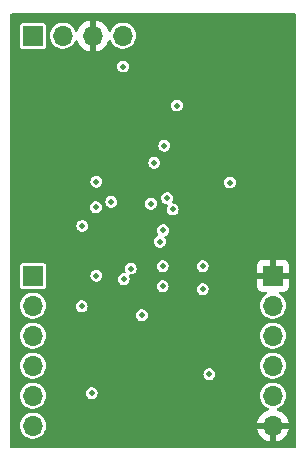
<source format=gbr>
%TF.GenerationSoftware,KiCad,Pcbnew,7.0.9*%
%TF.CreationDate,2024-04-10T11:27:04+02:00*%
%TF.ProjectId,Test_1_PD,54657374-5f31-45f5-9044-2e6b69636164,rev?*%
%TF.SameCoordinates,Original*%
%TF.FileFunction,Copper,L4,Bot*%
%TF.FilePolarity,Positive*%
%FSLAX46Y46*%
G04 Gerber Fmt 4.6, Leading zero omitted, Abs format (unit mm)*
G04 Created by KiCad (PCBNEW 7.0.9) date 2024-04-10 11:27:04*
%MOMM*%
%LPD*%
G01*
G04 APERTURE LIST*
%TA.AperFunction,ComponentPad*%
%ADD10R,1.700000X1.700000*%
%TD*%
%TA.AperFunction,ComponentPad*%
%ADD11O,1.700000X1.700000*%
%TD*%
%TA.AperFunction,ViaPad*%
%ADD12C,0.500000*%
%TD*%
G04 APERTURE END LIST*
D10*
%TO.P,J1,1,Pin_1*%
%TO.N,unconnected-(J1-Pin_1-Pad1)*%
X71120000Y-116840000D03*
D11*
%TO.P,J1,2,Pin_2*%
%TO.N,unconnected-(J1-Pin_2-Pad2)*%
X73660000Y-116840000D03*
%TO.P,J1,3,Pin_3*%
%TO.N,GND*%
X76200000Y-116840000D03*
%TO.P,J1,4,Pin_4*%
%TO.N,Net-(IC1-OUT)*%
X78740000Y-116840000D03*
%TD*%
D10*
%TO.P,J2,1,Pin_1*%
%TO.N,/PODL+*%
X71120000Y-137160000D03*
D11*
%TO.P,J2,2,Pin_2*%
%TO.N,unconnected-(J2-Pin_2-Pad2)*%
X71120000Y-139700000D03*
%TO.P,J2,3,Pin_3*%
%TO.N,unconnected-(J2-Pin_3-Pad3)*%
X71120000Y-142240000D03*
%TO.P,J2,4,Pin_4*%
%TO.N,unconnected-(J2-Pin_4-Pad4)*%
X71120000Y-144780000D03*
%TO.P,J2,5,Pin_5*%
%TO.N,unconnected-(J2-Pin_5-Pad5)*%
X71120000Y-147320000D03*
%TO.P,J2,6,Pin_6*%
%TO.N,/PODL-*%
X71120000Y-149860000D03*
%TD*%
D10*
%TO.P,J3,1,Pin_1*%
%TO.N,GND*%
X91440000Y-137160000D03*
D11*
%TO.P,J3,2,Pin_2*%
%TO.N,unconnected-(J3-Pin_2-Pad2)*%
X91440000Y-139700000D03*
%TO.P,J3,3,Pin_3*%
%TO.N,unconnected-(J3-Pin_3-Pad3)*%
X91440000Y-142240000D03*
%TO.P,J3,4,Pin_4*%
%TO.N,unconnected-(J3-Pin_4-Pad4)*%
X91440000Y-144780000D03*
%TO.P,J3,5,Pin_5*%
%TO.N,unconnected-(J3-Pin_5-Pad5)*%
X91440000Y-147320000D03*
%TO.P,J3,6,Pin_6*%
%TO.N,GND*%
X91440000Y-149860000D03*
%TD*%
D12*
%TO.N,Net-(D1-K)*%
X75300000Y-132950000D03*
X76500000Y-129200000D03*
%TO.N,Net-(D1-A)*%
X77750000Y-130900000D03*
X83300000Y-122750000D03*
X82950000Y-131550000D03*
X87800000Y-129275000D03*
X75250000Y-139750000D03*
%TO.N,Net-(D2-A)*%
X80350000Y-140500000D03*
X76450000Y-131350000D03*
X76100000Y-147100000D03*
X85500000Y-138300000D03*
X76500000Y-137150000D03*
X78800000Y-137450000D03*
X85500000Y-136350000D03*
%TO.N,GND*%
X78575000Y-133000000D03*
X89850000Y-133850000D03*
X86725000Y-139275000D03*
X79200000Y-133600000D03*
X79825000Y-135275000D03*
X78575000Y-132425000D03*
X79200000Y-133025000D03*
X78575000Y-133575000D03*
X79825000Y-133575000D03*
X79200000Y-135300000D03*
X78575000Y-134700000D03*
X86028080Y-131626757D03*
X79825000Y-134150000D03*
X79200000Y-134725000D03*
X79825000Y-134700000D03*
X78575000Y-134150000D03*
X91050000Y-129775000D03*
X71050000Y-133300000D03*
X79200000Y-134175000D03*
X79825000Y-133000000D03*
X79200000Y-132450000D03*
X91200000Y-122675000D03*
X74600000Y-137450000D03*
X78575000Y-135275000D03*
X79825000Y-132425000D03*
%TO.N,Net-(IC1-CLASSC)*%
X82136102Y-133323487D03*
X79400000Y-136550000D03*
%TO.N,Net-(IC1-SCCP)*%
X82100000Y-138050000D03*
X82100000Y-136350000D03*
%TO.N,Net-(IC1-LGATE1)*%
X82484975Y-130604975D03*
X81874265Y-134274265D03*
%TO.N,Net-(IC1-OUT)*%
X81400000Y-127600000D03*
X78750000Y-119450000D03*
%TO.N,Net-(IC1-GATE)*%
X81108170Y-131055108D03*
X82250000Y-126150000D03*
%TO.N,/PODL-*%
X86050000Y-145500000D03*
%TD*%
%TA.AperFunction,Conductor*%
%TO.N,GND*%
G36*
X93342539Y-114970185D02*
G01*
X93388294Y-115022989D01*
X93399500Y-115074500D01*
X93399500Y-151625500D01*
X93379815Y-151692539D01*
X93327011Y-151738294D01*
X93275500Y-151749500D01*
X69324500Y-151749500D01*
X69257461Y-151729815D01*
X69211706Y-151677011D01*
X69200500Y-151625500D01*
X69200500Y-149860000D01*
X70014785Y-149860000D01*
X70033602Y-150063082D01*
X70089417Y-150259247D01*
X70089422Y-150259260D01*
X70180327Y-150441821D01*
X70303237Y-150604581D01*
X70453958Y-150741980D01*
X70453960Y-150741982D01*
X70553141Y-150803392D01*
X70627363Y-150849348D01*
X70817544Y-150923024D01*
X71018024Y-150960500D01*
X71018026Y-150960500D01*
X71221974Y-150960500D01*
X71221976Y-150960500D01*
X71422456Y-150923024D01*
X71612637Y-150849348D01*
X71786041Y-150741981D01*
X71936764Y-150604579D01*
X72059673Y-150441821D01*
X72150582Y-150259250D01*
X72193048Y-150110000D01*
X90109364Y-150110000D01*
X90166567Y-150323486D01*
X90166570Y-150323492D01*
X90266399Y-150537578D01*
X90401894Y-150731082D01*
X90568917Y-150898105D01*
X90762421Y-151033600D01*
X90976507Y-151133429D01*
X90976516Y-151133433D01*
X91190000Y-151190634D01*
X91190000Y-150295501D01*
X91297685Y-150344680D01*
X91404237Y-150360000D01*
X91475763Y-150360000D01*
X91582315Y-150344680D01*
X91690000Y-150295501D01*
X91690000Y-151190633D01*
X91903483Y-151133433D01*
X91903492Y-151133429D01*
X92117578Y-151033600D01*
X92311082Y-150898105D01*
X92478105Y-150731082D01*
X92613600Y-150537578D01*
X92713429Y-150323492D01*
X92713432Y-150323486D01*
X92770636Y-150110000D01*
X91873686Y-150110000D01*
X91899493Y-150069844D01*
X91940000Y-149931889D01*
X91940000Y-149788111D01*
X91899493Y-149650156D01*
X91873686Y-149610000D01*
X92770636Y-149610000D01*
X92770635Y-149609999D01*
X92713432Y-149396513D01*
X92713429Y-149396507D01*
X92613600Y-149182422D01*
X92613599Y-149182420D01*
X92478113Y-148988926D01*
X92478108Y-148988920D01*
X92311082Y-148821894D01*
X92117578Y-148686399D01*
X91903492Y-148586570D01*
X91903477Y-148586564D01*
X91864414Y-148576097D01*
X91804754Y-148539732D01*
X91774226Y-148476885D01*
X91782521Y-148407509D01*
X91827007Y-148353632D01*
X91851710Y-148340698D01*
X91932637Y-148309348D01*
X92106041Y-148201981D01*
X92256764Y-148064579D01*
X92379673Y-147901821D01*
X92470582Y-147719250D01*
X92526397Y-147523083D01*
X92545215Y-147320000D01*
X92526397Y-147116917D01*
X92470582Y-146920750D01*
X92379673Y-146738179D01*
X92256764Y-146575421D01*
X92256762Y-146575418D01*
X92106041Y-146438019D01*
X92106039Y-146438017D01*
X91932642Y-146330655D01*
X91932635Y-146330651D01*
X91837546Y-146293814D01*
X91742456Y-146256976D01*
X91541976Y-146219500D01*
X91338024Y-146219500D01*
X91137544Y-146256976D01*
X91137541Y-146256976D01*
X91137541Y-146256977D01*
X90947364Y-146330651D01*
X90947357Y-146330655D01*
X90773960Y-146438017D01*
X90773958Y-146438019D01*
X90623237Y-146575418D01*
X90500327Y-146738178D01*
X90409422Y-146920739D01*
X90409417Y-146920752D01*
X90353602Y-147116917D01*
X90334785Y-147319999D01*
X90334785Y-147320000D01*
X90353602Y-147523082D01*
X90409417Y-147719247D01*
X90409422Y-147719260D01*
X90500327Y-147901821D01*
X90623237Y-148064581D01*
X90773958Y-148201980D01*
X90773960Y-148201982D01*
X90873141Y-148263392D01*
X90947363Y-148309348D01*
X91028283Y-148340696D01*
X91083685Y-148383269D01*
X91107276Y-148449035D01*
X91091565Y-148517116D01*
X91041542Y-148565895D01*
X91015586Y-148576097D01*
X90976519Y-148586565D01*
X90976507Y-148586570D01*
X90762422Y-148686399D01*
X90762420Y-148686400D01*
X90568926Y-148821886D01*
X90568920Y-148821891D01*
X90401891Y-148988920D01*
X90401886Y-148988926D01*
X90266400Y-149182420D01*
X90266399Y-149182422D01*
X90166570Y-149396507D01*
X90166567Y-149396513D01*
X90109364Y-149609999D01*
X90109364Y-149610000D01*
X91006314Y-149610000D01*
X90980507Y-149650156D01*
X90940000Y-149788111D01*
X90940000Y-149931889D01*
X90980507Y-150069844D01*
X91006314Y-150110000D01*
X90109364Y-150110000D01*
X72193048Y-150110000D01*
X72206397Y-150063083D01*
X72225215Y-149860000D01*
X72206397Y-149656917D01*
X72150582Y-149460750D01*
X72059673Y-149278179D01*
X71936764Y-149115421D01*
X71936762Y-149115418D01*
X71786041Y-148978019D01*
X71786039Y-148978017D01*
X71612642Y-148870655D01*
X71612635Y-148870651D01*
X71486769Y-148821891D01*
X71422456Y-148796976D01*
X71221976Y-148759500D01*
X71018024Y-148759500D01*
X70817544Y-148796976D01*
X70817541Y-148796976D01*
X70817541Y-148796977D01*
X70627364Y-148870651D01*
X70627357Y-148870655D01*
X70453960Y-148978017D01*
X70453958Y-148978019D01*
X70303237Y-149115418D01*
X70180327Y-149278178D01*
X70089422Y-149460739D01*
X70089417Y-149460752D01*
X70033602Y-149656917D01*
X70014785Y-149859999D01*
X70014785Y-149860000D01*
X69200500Y-149860000D01*
X69200500Y-147320000D01*
X70014785Y-147320000D01*
X70033602Y-147523082D01*
X70089417Y-147719247D01*
X70089422Y-147719260D01*
X70180327Y-147901821D01*
X70303237Y-148064581D01*
X70453958Y-148201980D01*
X70453960Y-148201982D01*
X70553141Y-148263392D01*
X70627363Y-148309348D01*
X70817544Y-148383024D01*
X71018024Y-148420500D01*
X71018026Y-148420500D01*
X71221974Y-148420500D01*
X71221976Y-148420500D01*
X71422456Y-148383024D01*
X71612637Y-148309348D01*
X71786041Y-148201981D01*
X71936764Y-148064579D01*
X72059673Y-147901821D01*
X72150582Y-147719250D01*
X72206397Y-147523083D01*
X72225215Y-147320000D01*
X72206397Y-147116917D01*
X72201584Y-147100000D01*
X75594353Y-147100000D01*
X75614834Y-147242456D01*
X75650248Y-147320000D01*
X75674623Y-147373373D01*
X75768872Y-147482143D01*
X75889947Y-147559953D01*
X75889950Y-147559954D01*
X75889949Y-147559954D01*
X76028036Y-147600499D01*
X76028038Y-147600500D01*
X76028039Y-147600500D01*
X76171962Y-147600500D01*
X76171962Y-147600499D01*
X76310053Y-147559953D01*
X76431128Y-147482143D01*
X76525377Y-147373373D01*
X76585165Y-147242457D01*
X76605647Y-147100000D01*
X76585165Y-146957543D01*
X76525377Y-146826627D01*
X76431128Y-146717857D01*
X76310053Y-146640047D01*
X76310051Y-146640046D01*
X76310049Y-146640045D01*
X76310050Y-146640045D01*
X76171963Y-146599500D01*
X76171961Y-146599500D01*
X76028039Y-146599500D01*
X76028036Y-146599500D01*
X75889949Y-146640045D01*
X75768873Y-146717856D01*
X75674623Y-146826626D01*
X75674622Y-146826628D01*
X75614834Y-146957543D01*
X75594353Y-147100000D01*
X72201584Y-147100000D01*
X72150582Y-146920750D01*
X72059673Y-146738179D01*
X71936764Y-146575421D01*
X71936762Y-146575418D01*
X71786041Y-146438019D01*
X71786039Y-146438017D01*
X71612642Y-146330655D01*
X71612635Y-146330651D01*
X71517546Y-146293814D01*
X71422456Y-146256976D01*
X71221976Y-146219500D01*
X71018024Y-146219500D01*
X70817544Y-146256976D01*
X70817541Y-146256976D01*
X70817541Y-146256977D01*
X70627364Y-146330651D01*
X70627357Y-146330655D01*
X70453960Y-146438017D01*
X70453958Y-146438019D01*
X70303237Y-146575418D01*
X70180327Y-146738178D01*
X70089422Y-146920739D01*
X70089417Y-146920752D01*
X70033602Y-147116917D01*
X70014785Y-147319999D01*
X70014785Y-147320000D01*
X69200500Y-147320000D01*
X69200500Y-144780000D01*
X70014785Y-144780000D01*
X70033602Y-144983082D01*
X70089417Y-145179247D01*
X70089422Y-145179260D01*
X70180327Y-145361821D01*
X70303237Y-145524581D01*
X70453958Y-145661980D01*
X70453960Y-145661982D01*
X70553141Y-145723392D01*
X70627363Y-145769348D01*
X70817544Y-145843024D01*
X71018024Y-145880500D01*
X71018026Y-145880500D01*
X71221974Y-145880500D01*
X71221976Y-145880500D01*
X71422456Y-145843024D01*
X71612637Y-145769348D01*
X71786041Y-145661981D01*
X71936764Y-145524579D01*
X71955325Y-145500000D01*
X85544353Y-145500000D01*
X85564834Y-145642456D01*
X85622783Y-145769344D01*
X85624623Y-145773373D01*
X85718872Y-145882143D01*
X85839947Y-145959953D01*
X85839950Y-145959954D01*
X85839949Y-145959954D01*
X85978036Y-146000499D01*
X85978038Y-146000500D01*
X85978039Y-146000500D01*
X86121962Y-146000500D01*
X86121962Y-146000499D01*
X86260053Y-145959953D01*
X86381128Y-145882143D01*
X86475377Y-145773373D01*
X86535165Y-145642457D01*
X86555647Y-145500000D01*
X86535165Y-145357543D01*
X86475377Y-145226627D01*
X86381128Y-145117857D01*
X86260053Y-145040047D01*
X86260051Y-145040046D01*
X86260049Y-145040045D01*
X86260050Y-145040045D01*
X86121963Y-144999500D01*
X86121961Y-144999500D01*
X85978039Y-144999500D01*
X85978036Y-144999500D01*
X85839949Y-145040045D01*
X85718873Y-145117856D01*
X85624623Y-145226626D01*
X85624622Y-145226628D01*
X85564834Y-145357543D01*
X85544353Y-145500000D01*
X71955325Y-145500000D01*
X72059673Y-145361821D01*
X72150582Y-145179250D01*
X72206397Y-144983083D01*
X72225215Y-144780000D01*
X90334785Y-144780000D01*
X90353602Y-144983082D01*
X90409417Y-145179247D01*
X90409422Y-145179260D01*
X90500327Y-145361821D01*
X90623237Y-145524581D01*
X90773958Y-145661980D01*
X90773960Y-145661982D01*
X90873141Y-145723392D01*
X90947363Y-145769348D01*
X91137544Y-145843024D01*
X91338024Y-145880500D01*
X91338026Y-145880500D01*
X91541974Y-145880500D01*
X91541976Y-145880500D01*
X91742456Y-145843024D01*
X91932637Y-145769348D01*
X92106041Y-145661981D01*
X92256764Y-145524579D01*
X92379673Y-145361821D01*
X92470582Y-145179250D01*
X92526397Y-144983083D01*
X92545215Y-144780000D01*
X92526397Y-144576917D01*
X92470582Y-144380750D01*
X92379673Y-144198179D01*
X92256764Y-144035421D01*
X92256762Y-144035418D01*
X92106041Y-143898019D01*
X92106039Y-143898017D01*
X91932642Y-143790655D01*
X91932635Y-143790651D01*
X91837546Y-143753814D01*
X91742456Y-143716976D01*
X91541976Y-143679500D01*
X91338024Y-143679500D01*
X91137544Y-143716976D01*
X91137541Y-143716976D01*
X91137541Y-143716977D01*
X90947364Y-143790651D01*
X90947357Y-143790655D01*
X90773960Y-143898017D01*
X90773958Y-143898019D01*
X90623237Y-144035418D01*
X90500327Y-144198178D01*
X90409422Y-144380739D01*
X90409417Y-144380752D01*
X90353602Y-144576917D01*
X90334785Y-144779999D01*
X90334785Y-144780000D01*
X72225215Y-144780000D01*
X72206397Y-144576917D01*
X72150582Y-144380750D01*
X72059673Y-144198179D01*
X71936764Y-144035421D01*
X71936762Y-144035418D01*
X71786041Y-143898019D01*
X71786039Y-143898017D01*
X71612642Y-143790655D01*
X71612635Y-143790651D01*
X71517546Y-143753814D01*
X71422456Y-143716976D01*
X71221976Y-143679500D01*
X71018024Y-143679500D01*
X70817544Y-143716976D01*
X70817541Y-143716976D01*
X70817541Y-143716977D01*
X70627364Y-143790651D01*
X70627357Y-143790655D01*
X70453960Y-143898017D01*
X70453958Y-143898019D01*
X70303237Y-144035418D01*
X70180327Y-144198178D01*
X70089422Y-144380739D01*
X70089417Y-144380752D01*
X70033602Y-144576917D01*
X70014785Y-144779999D01*
X70014785Y-144780000D01*
X69200500Y-144780000D01*
X69200500Y-142240000D01*
X70014785Y-142240000D01*
X70033602Y-142443082D01*
X70089417Y-142639247D01*
X70089422Y-142639260D01*
X70180327Y-142821821D01*
X70303237Y-142984581D01*
X70453958Y-143121980D01*
X70453960Y-143121982D01*
X70553141Y-143183392D01*
X70627363Y-143229348D01*
X70817544Y-143303024D01*
X71018024Y-143340500D01*
X71018026Y-143340500D01*
X71221974Y-143340500D01*
X71221976Y-143340500D01*
X71422456Y-143303024D01*
X71612637Y-143229348D01*
X71786041Y-143121981D01*
X71936764Y-142984579D01*
X72059673Y-142821821D01*
X72150582Y-142639250D01*
X72206397Y-142443083D01*
X72225215Y-142240000D01*
X90334785Y-142240000D01*
X90353602Y-142443082D01*
X90409417Y-142639247D01*
X90409422Y-142639260D01*
X90500327Y-142821821D01*
X90623237Y-142984581D01*
X90773958Y-143121980D01*
X90773960Y-143121982D01*
X90873141Y-143183392D01*
X90947363Y-143229348D01*
X91137544Y-143303024D01*
X91338024Y-143340500D01*
X91338026Y-143340500D01*
X91541974Y-143340500D01*
X91541976Y-143340500D01*
X91742456Y-143303024D01*
X91932637Y-143229348D01*
X92106041Y-143121981D01*
X92256764Y-142984579D01*
X92379673Y-142821821D01*
X92470582Y-142639250D01*
X92526397Y-142443083D01*
X92545215Y-142240000D01*
X92526397Y-142036917D01*
X92470582Y-141840750D01*
X92379673Y-141658179D01*
X92256764Y-141495421D01*
X92256762Y-141495418D01*
X92106041Y-141358019D01*
X92106039Y-141358017D01*
X91932642Y-141250655D01*
X91932635Y-141250651D01*
X91837546Y-141213814D01*
X91742456Y-141176976D01*
X91541976Y-141139500D01*
X91338024Y-141139500D01*
X91137544Y-141176976D01*
X91137541Y-141176976D01*
X91137541Y-141176977D01*
X90947364Y-141250651D01*
X90947357Y-141250655D01*
X90773960Y-141358017D01*
X90773958Y-141358019D01*
X90623237Y-141495418D01*
X90500327Y-141658178D01*
X90409422Y-141840739D01*
X90409417Y-141840752D01*
X90353602Y-142036917D01*
X90334785Y-142239999D01*
X90334785Y-142240000D01*
X72225215Y-142240000D01*
X72206397Y-142036917D01*
X72150582Y-141840750D01*
X72059673Y-141658179D01*
X71936764Y-141495421D01*
X71936762Y-141495418D01*
X71786041Y-141358019D01*
X71786039Y-141358017D01*
X71612642Y-141250655D01*
X71612635Y-141250651D01*
X71517546Y-141213814D01*
X71422456Y-141176976D01*
X71221976Y-141139500D01*
X71018024Y-141139500D01*
X70817544Y-141176976D01*
X70817541Y-141176976D01*
X70817541Y-141176977D01*
X70627364Y-141250651D01*
X70627357Y-141250655D01*
X70453960Y-141358017D01*
X70453958Y-141358019D01*
X70303237Y-141495418D01*
X70180327Y-141658178D01*
X70089422Y-141840739D01*
X70089417Y-141840752D01*
X70033602Y-142036917D01*
X70014785Y-142239999D01*
X70014785Y-142240000D01*
X69200500Y-142240000D01*
X69200500Y-139700000D01*
X70014785Y-139700000D01*
X70033602Y-139903082D01*
X70089417Y-140099247D01*
X70089422Y-140099260D01*
X70180327Y-140281821D01*
X70303237Y-140444581D01*
X70453958Y-140581980D01*
X70453960Y-140581982D01*
X70551630Y-140642456D01*
X70627363Y-140689348D01*
X70817544Y-140763024D01*
X71018024Y-140800500D01*
X71018026Y-140800500D01*
X71221974Y-140800500D01*
X71221976Y-140800500D01*
X71422456Y-140763024D01*
X71612637Y-140689348D01*
X71786041Y-140581981D01*
X71875970Y-140500000D01*
X79844353Y-140500000D01*
X79864834Y-140642456D01*
X79919896Y-140763022D01*
X79924623Y-140773373D01*
X80018872Y-140882143D01*
X80139947Y-140959953D01*
X80139950Y-140959954D01*
X80139949Y-140959954D01*
X80278036Y-141000499D01*
X80278038Y-141000500D01*
X80278039Y-141000500D01*
X80421962Y-141000500D01*
X80421962Y-141000499D01*
X80560053Y-140959953D01*
X80681128Y-140882143D01*
X80775377Y-140773373D01*
X80835165Y-140642457D01*
X80855647Y-140500000D01*
X80835165Y-140357543D01*
X80775377Y-140226627D01*
X80681128Y-140117857D01*
X80560053Y-140040047D01*
X80560051Y-140040046D01*
X80560049Y-140040045D01*
X80560050Y-140040045D01*
X80421963Y-139999500D01*
X80421961Y-139999500D01*
X80278039Y-139999500D01*
X80278036Y-139999500D01*
X80139949Y-140040045D01*
X80018873Y-140117856D01*
X79924623Y-140226626D01*
X79924622Y-140226628D01*
X79864834Y-140357543D01*
X79844353Y-140500000D01*
X71875970Y-140500000D01*
X71936764Y-140444579D01*
X72059673Y-140281821D01*
X72150582Y-140099250D01*
X72206397Y-139903083D01*
X72220582Y-139750000D01*
X74744353Y-139750000D01*
X74764834Y-139892456D01*
X74813720Y-139999500D01*
X74824623Y-140023373D01*
X74918872Y-140132143D01*
X75039947Y-140209953D01*
X75039950Y-140209954D01*
X75039949Y-140209954D01*
X75178036Y-140250499D01*
X75178038Y-140250500D01*
X75178039Y-140250500D01*
X75321962Y-140250500D01*
X75321962Y-140250499D01*
X75460053Y-140209953D01*
X75581128Y-140132143D01*
X75675377Y-140023373D01*
X75735165Y-139892457D01*
X75755647Y-139750000D01*
X75735165Y-139607543D01*
X75675377Y-139476627D01*
X75581128Y-139367857D01*
X75460053Y-139290047D01*
X75460051Y-139290046D01*
X75460049Y-139290045D01*
X75460050Y-139290045D01*
X75321963Y-139249500D01*
X75321961Y-139249500D01*
X75178039Y-139249500D01*
X75178036Y-139249500D01*
X75039949Y-139290045D01*
X74918873Y-139367856D01*
X74824623Y-139476626D01*
X74824622Y-139476628D01*
X74764834Y-139607543D01*
X74744353Y-139750000D01*
X72220582Y-139750000D01*
X72225215Y-139700000D01*
X72206397Y-139496917D01*
X72150582Y-139300750D01*
X72059673Y-139118179D01*
X71936764Y-138955421D01*
X71936762Y-138955418D01*
X71786041Y-138818019D01*
X71786039Y-138818017D01*
X71612642Y-138710655D01*
X71612635Y-138710651D01*
X71460326Y-138651647D01*
X71422456Y-138636976D01*
X71221976Y-138599500D01*
X71018024Y-138599500D01*
X70817544Y-138636976D01*
X70817541Y-138636976D01*
X70817541Y-138636977D01*
X70627364Y-138710651D01*
X70627357Y-138710655D01*
X70453960Y-138818017D01*
X70453958Y-138818019D01*
X70303237Y-138955418D01*
X70180327Y-139118178D01*
X70089422Y-139300739D01*
X70089417Y-139300752D01*
X70033602Y-139496917D01*
X70014785Y-139699999D01*
X70014785Y-139700000D01*
X69200500Y-139700000D01*
X69200500Y-138034678D01*
X70019500Y-138034678D01*
X70034032Y-138107735D01*
X70034033Y-138107739D01*
X70034034Y-138107740D01*
X70089399Y-138190601D01*
X70172260Y-138245966D01*
X70172264Y-138245967D01*
X70245321Y-138260499D01*
X70245324Y-138260500D01*
X70245326Y-138260500D01*
X71994676Y-138260500D01*
X71994677Y-138260499D01*
X72067740Y-138245966D01*
X72150601Y-138190601D01*
X72205966Y-138107740D01*
X72217451Y-138050000D01*
X81594353Y-138050000D01*
X81614834Y-138192456D01*
X81663949Y-138300000D01*
X81674623Y-138323373D01*
X81768872Y-138432143D01*
X81889947Y-138509953D01*
X81889950Y-138509954D01*
X81889949Y-138509954D01*
X82028036Y-138550499D01*
X82028038Y-138550500D01*
X82028039Y-138550500D01*
X82171962Y-138550500D01*
X82171962Y-138550499D01*
X82309893Y-138510000D01*
X82310050Y-138509954D01*
X82310050Y-138509953D01*
X82310053Y-138509953D01*
X82431128Y-138432143D01*
X82525377Y-138323373D01*
X82536051Y-138300000D01*
X84994353Y-138300000D01*
X85014834Y-138442456D01*
X85045681Y-138510000D01*
X85074623Y-138573373D01*
X85168872Y-138682143D01*
X85289947Y-138759953D01*
X85289950Y-138759954D01*
X85289949Y-138759954D01*
X85428036Y-138800499D01*
X85428038Y-138800500D01*
X85428039Y-138800500D01*
X85571962Y-138800500D01*
X85571962Y-138800499D01*
X85710053Y-138759953D01*
X85831128Y-138682143D01*
X85925377Y-138573373D01*
X85985165Y-138442457D01*
X86005647Y-138300000D01*
X85985165Y-138157543D01*
X85939633Y-138057844D01*
X90090000Y-138057844D01*
X90096401Y-138117372D01*
X90096403Y-138117379D01*
X90146645Y-138252086D01*
X90146649Y-138252093D01*
X90232809Y-138367187D01*
X90232812Y-138367190D01*
X90347906Y-138453350D01*
X90347913Y-138453354D01*
X90482620Y-138503596D01*
X90482627Y-138503598D01*
X90542155Y-138509999D01*
X90542172Y-138510000D01*
X90835612Y-138510000D01*
X90902651Y-138529685D01*
X90948406Y-138582489D01*
X90958350Y-138651647D01*
X90929325Y-138715203D01*
X90900889Y-138739427D01*
X90773960Y-138818017D01*
X90773958Y-138818019D01*
X90623237Y-138955418D01*
X90500327Y-139118178D01*
X90409422Y-139300739D01*
X90409417Y-139300752D01*
X90353602Y-139496917D01*
X90334785Y-139699999D01*
X90334785Y-139700000D01*
X90353602Y-139903082D01*
X90409417Y-140099247D01*
X90409422Y-140099260D01*
X90500327Y-140281821D01*
X90623237Y-140444581D01*
X90773958Y-140581980D01*
X90773960Y-140581982D01*
X90871630Y-140642456D01*
X90947363Y-140689348D01*
X91137544Y-140763024D01*
X91338024Y-140800500D01*
X91338026Y-140800500D01*
X91541974Y-140800500D01*
X91541976Y-140800500D01*
X91742456Y-140763024D01*
X91932637Y-140689348D01*
X92106041Y-140581981D01*
X92256764Y-140444579D01*
X92379673Y-140281821D01*
X92470582Y-140099250D01*
X92526397Y-139903083D01*
X92545215Y-139700000D01*
X92526397Y-139496917D01*
X92470582Y-139300750D01*
X92379673Y-139118179D01*
X92256764Y-138955421D01*
X92256762Y-138955418D01*
X92106041Y-138818019D01*
X92106039Y-138818017D01*
X91979111Y-138739427D01*
X91932475Y-138687399D01*
X91921371Y-138618417D01*
X91949324Y-138554383D01*
X92007459Y-138515627D01*
X92044388Y-138510000D01*
X92337828Y-138510000D01*
X92337844Y-138509999D01*
X92397372Y-138503598D01*
X92397379Y-138503596D01*
X92532086Y-138453354D01*
X92532093Y-138453350D01*
X92647187Y-138367190D01*
X92647190Y-138367187D01*
X92733350Y-138252093D01*
X92733354Y-138252086D01*
X92783596Y-138117379D01*
X92783598Y-138117372D01*
X92789999Y-138057844D01*
X92790000Y-138057827D01*
X92790000Y-137410000D01*
X91873686Y-137410000D01*
X91899493Y-137369844D01*
X91940000Y-137231889D01*
X91940000Y-137088111D01*
X91899493Y-136950156D01*
X91873686Y-136910000D01*
X92790000Y-136910000D01*
X92790000Y-136262172D01*
X92789999Y-136262155D01*
X92783598Y-136202627D01*
X92783596Y-136202620D01*
X92733354Y-136067913D01*
X92733350Y-136067906D01*
X92647190Y-135952812D01*
X92647187Y-135952809D01*
X92532093Y-135866649D01*
X92532086Y-135866645D01*
X92397379Y-135816403D01*
X92397372Y-135816401D01*
X92337844Y-135810000D01*
X91690000Y-135810000D01*
X91690000Y-136724498D01*
X91582315Y-136675320D01*
X91475763Y-136660000D01*
X91404237Y-136660000D01*
X91297685Y-136675320D01*
X91190000Y-136724498D01*
X91190000Y-135810000D01*
X90542155Y-135810000D01*
X90482627Y-135816401D01*
X90482620Y-135816403D01*
X90347913Y-135866645D01*
X90347906Y-135866649D01*
X90232812Y-135952809D01*
X90232809Y-135952812D01*
X90146649Y-136067906D01*
X90146645Y-136067913D01*
X90096403Y-136202620D01*
X90096401Y-136202627D01*
X90090000Y-136262155D01*
X90090000Y-136910000D01*
X91006314Y-136910000D01*
X90980507Y-136950156D01*
X90940000Y-137088111D01*
X90940000Y-137231889D01*
X90980507Y-137369844D01*
X91006314Y-137410000D01*
X90090000Y-137410000D01*
X90090000Y-138057844D01*
X85939633Y-138057844D01*
X85925377Y-138026627D01*
X85831128Y-137917857D01*
X85710053Y-137840047D01*
X85710051Y-137840046D01*
X85710049Y-137840045D01*
X85710050Y-137840045D01*
X85571963Y-137799500D01*
X85571961Y-137799500D01*
X85428039Y-137799500D01*
X85428036Y-137799500D01*
X85289949Y-137840045D01*
X85168873Y-137917856D01*
X85074623Y-138026626D01*
X85074622Y-138026628D01*
X85014834Y-138157543D01*
X84994353Y-138300000D01*
X82536051Y-138300000D01*
X82585165Y-138192457D01*
X82605647Y-138050000D01*
X82585165Y-137907543D01*
X82525377Y-137776627D01*
X82431128Y-137667857D01*
X82310053Y-137590047D01*
X82310051Y-137590046D01*
X82310049Y-137590045D01*
X82310050Y-137590045D01*
X82171963Y-137549500D01*
X82171961Y-137549500D01*
X82028039Y-137549500D01*
X82028036Y-137549500D01*
X81889949Y-137590045D01*
X81768873Y-137667856D01*
X81674623Y-137776626D01*
X81674622Y-137776628D01*
X81614834Y-137907543D01*
X81594353Y-138050000D01*
X72217451Y-138050000D01*
X72220500Y-138034674D01*
X72220500Y-137150000D01*
X75994353Y-137150000D01*
X76014834Y-137292456D01*
X76050177Y-137369844D01*
X76074623Y-137423373D01*
X76168872Y-137532143D01*
X76289947Y-137609953D01*
X76289950Y-137609954D01*
X76289949Y-137609954D01*
X76428036Y-137650499D01*
X76428038Y-137650500D01*
X76428039Y-137650500D01*
X76571962Y-137650500D01*
X76571962Y-137650499D01*
X76710053Y-137609953D01*
X76831128Y-137532143D01*
X76902305Y-137450000D01*
X78294353Y-137450000D01*
X78314834Y-137592456D01*
X78345681Y-137660000D01*
X78374623Y-137723373D01*
X78468872Y-137832143D01*
X78589947Y-137909953D01*
X78589950Y-137909954D01*
X78589949Y-137909954D01*
X78728036Y-137950499D01*
X78728038Y-137950500D01*
X78728039Y-137950500D01*
X78871962Y-137950500D01*
X78871962Y-137950499D01*
X79010053Y-137909953D01*
X79131128Y-137832143D01*
X79225377Y-137723373D01*
X79285165Y-137592457D01*
X79305647Y-137450000D01*
X79285165Y-137307543D01*
X79250615Y-137231889D01*
X79247931Y-137226011D01*
X79237987Y-137156853D01*
X79267012Y-137093297D01*
X79325790Y-137055523D01*
X79360725Y-137050500D01*
X79471962Y-137050500D01*
X79471962Y-137050499D01*
X79610053Y-137009953D01*
X79731128Y-136932143D01*
X79825377Y-136823373D01*
X79885165Y-136692457D01*
X79905647Y-136550000D01*
X79885165Y-136407543D01*
X79858886Y-136350000D01*
X81594353Y-136350000D01*
X81614834Y-136492456D01*
X81641114Y-136550000D01*
X81674623Y-136623373D01*
X81768872Y-136732143D01*
X81889947Y-136809953D01*
X81889950Y-136809954D01*
X81889949Y-136809954D01*
X82028036Y-136850499D01*
X82028038Y-136850500D01*
X82028039Y-136850500D01*
X82171962Y-136850500D01*
X82171962Y-136850499D01*
X82310053Y-136809953D01*
X82431128Y-136732143D01*
X82525377Y-136623373D01*
X82585165Y-136492457D01*
X82605647Y-136350000D01*
X84994353Y-136350000D01*
X85014834Y-136492456D01*
X85041114Y-136550000D01*
X85074623Y-136623373D01*
X85168872Y-136732143D01*
X85289947Y-136809953D01*
X85289950Y-136809954D01*
X85289949Y-136809954D01*
X85428036Y-136850499D01*
X85428038Y-136850500D01*
X85428039Y-136850500D01*
X85571962Y-136850500D01*
X85571962Y-136850499D01*
X85710053Y-136809953D01*
X85831128Y-136732143D01*
X85925377Y-136623373D01*
X85985165Y-136492457D01*
X86005647Y-136350000D01*
X85985165Y-136207543D01*
X85925377Y-136076627D01*
X85831128Y-135967857D01*
X85710053Y-135890047D01*
X85710051Y-135890046D01*
X85710049Y-135890045D01*
X85710050Y-135890045D01*
X85571963Y-135849500D01*
X85571961Y-135849500D01*
X85428039Y-135849500D01*
X85428036Y-135849500D01*
X85289949Y-135890045D01*
X85168873Y-135967856D01*
X85074623Y-136076626D01*
X85074622Y-136076628D01*
X85014834Y-136207543D01*
X84994353Y-136350000D01*
X82605647Y-136350000D01*
X82585165Y-136207543D01*
X82525377Y-136076627D01*
X82431128Y-135967857D01*
X82310053Y-135890047D01*
X82310051Y-135890046D01*
X82310049Y-135890045D01*
X82310050Y-135890045D01*
X82171963Y-135849500D01*
X82171961Y-135849500D01*
X82028039Y-135849500D01*
X82028036Y-135849500D01*
X81889949Y-135890045D01*
X81768873Y-135967856D01*
X81674623Y-136076626D01*
X81674622Y-136076628D01*
X81614834Y-136207543D01*
X81594353Y-136350000D01*
X79858886Y-136350000D01*
X79825377Y-136276627D01*
X79731128Y-136167857D01*
X79610053Y-136090047D01*
X79610051Y-136090046D01*
X79610049Y-136090045D01*
X79610050Y-136090045D01*
X79471963Y-136049500D01*
X79471961Y-136049500D01*
X79328039Y-136049500D01*
X79328036Y-136049500D01*
X79189949Y-136090045D01*
X79068873Y-136167856D01*
X78974623Y-136276626D01*
X78974622Y-136276628D01*
X78914834Y-136407543D01*
X78894353Y-136550000D01*
X78914834Y-136692457D01*
X78914835Y-136692458D01*
X78952069Y-136773989D01*
X78962013Y-136843147D01*
X78932988Y-136906703D01*
X78874210Y-136944477D01*
X78839275Y-136949500D01*
X78728036Y-136949500D01*
X78589949Y-136990045D01*
X78468873Y-137067856D01*
X78374623Y-137176626D01*
X78374622Y-137176628D01*
X78314834Y-137307543D01*
X78294353Y-137450000D01*
X76902305Y-137450000D01*
X76925377Y-137423373D01*
X76985165Y-137292457D01*
X77005647Y-137150000D01*
X76985165Y-137007543D01*
X76925377Y-136876627D01*
X76831128Y-136767857D01*
X76710053Y-136690047D01*
X76710051Y-136690046D01*
X76710049Y-136690045D01*
X76710050Y-136690045D01*
X76571963Y-136649500D01*
X76571961Y-136649500D01*
X76428039Y-136649500D01*
X76428036Y-136649500D01*
X76289949Y-136690045D01*
X76168873Y-136767856D01*
X76074623Y-136876626D01*
X76074622Y-136876628D01*
X76014834Y-137007543D01*
X75994353Y-137150000D01*
X72220500Y-137150000D01*
X72220500Y-136285326D01*
X72220500Y-136285323D01*
X72220499Y-136285321D01*
X72205967Y-136212264D01*
X72205966Y-136212260D01*
X72202814Y-136207543D01*
X72150601Y-136129399D01*
X72091703Y-136090045D01*
X72067739Y-136074033D01*
X72067735Y-136074032D01*
X71994677Y-136059500D01*
X71994674Y-136059500D01*
X70245326Y-136059500D01*
X70245323Y-136059500D01*
X70172264Y-136074032D01*
X70172260Y-136074033D01*
X70089399Y-136129399D01*
X70034033Y-136212260D01*
X70034032Y-136212264D01*
X70019500Y-136285321D01*
X70019500Y-138034678D01*
X69200500Y-138034678D01*
X69200500Y-134274265D01*
X81368618Y-134274265D01*
X81389099Y-134416721D01*
X81448887Y-134547636D01*
X81448888Y-134547638D01*
X81543137Y-134656408D01*
X81664212Y-134734218D01*
X81664215Y-134734219D01*
X81664214Y-134734219D01*
X81802301Y-134774764D01*
X81802303Y-134774765D01*
X81802304Y-134774765D01*
X81946227Y-134774765D01*
X81946227Y-134774764D01*
X82084318Y-134734218D01*
X82205393Y-134656408D01*
X82299642Y-134547638D01*
X82359430Y-134416722D01*
X82379912Y-134274265D01*
X82359430Y-134131808D01*
X82299642Y-134000892D01*
X82285222Y-133984250D01*
X82256198Y-133920697D01*
X82266141Y-133851538D01*
X82311896Y-133798734D01*
X82344007Y-133784070D01*
X82346155Y-133783440D01*
X82467230Y-133705630D01*
X82561479Y-133596860D01*
X82621267Y-133465944D01*
X82641749Y-133323487D01*
X82621267Y-133181030D01*
X82561479Y-133050114D01*
X82467230Y-132941344D01*
X82346155Y-132863534D01*
X82346153Y-132863533D01*
X82346151Y-132863532D01*
X82346152Y-132863532D01*
X82208065Y-132822987D01*
X82208063Y-132822987D01*
X82064141Y-132822987D01*
X82064138Y-132822987D01*
X81926051Y-132863532D01*
X81804975Y-132941343D01*
X81710725Y-133050113D01*
X81710724Y-133050115D01*
X81650936Y-133181030D01*
X81630455Y-133323487D01*
X81650936Y-133465943D01*
X81710724Y-133596858D01*
X81710725Y-133596860D01*
X81725143Y-133613499D01*
X81754168Y-133677055D01*
X81744224Y-133746213D01*
X81698470Y-133799017D01*
X81666368Y-133813678D01*
X81664215Y-133814310D01*
X81543138Y-133892121D01*
X81448888Y-134000891D01*
X81448887Y-134000893D01*
X81389099Y-134131808D01*
X81368618Y-134274265D01*
X69200500Y-134274265D01*
X69200500Y-132950000D01*
X74794353Y-132950000D01*
X74814834Y-133092456D01*
X74855285Y-133181030D01*
X74874623Y-133223373D01*
X74968872Y-133332143D01*
X75089947Y-133409953D01*
X75089950Y-133409954D01*
X75089949Y-133409954D01*
X75228036Y-133450499D01*
X75228038Y-133450500D01*
X75228039Y-133450500D01*
X75371962Y-133450500D01*
X75371962Y-133450499D01*
X75510053Y-133409953D01*
X75631128Y-133332143D01*
X75725377Y-133223373D01*
X75785165Y-133092457D01*
X75805647Y-132950000D01*
X75785165Y-132807543D01*
X75725377Y-132676627D01*
X75631128Y-132567857D01*
X75510053Y-132490047D01*
X75510051Y-132490046D01*
X75510049Y-132490045D01*
X75510050Y-132490045D01*
X75371963Y-132449500D01*
X75371961Y-132449500D01*
X75228039Y-132449500D01*
X75228036Y-132449500D01*
X75089949Y-132490045D01*
X74968873Y-132567856D01*
X74874623Y-132676626D01*
X74874622Y-132676628D01*
X74814834Y-132807543D01*
X74794353Y-132950000D01*
X69200500Y-132950000D01*
X69200500Y-131350000D01*
X75944353Y-131350000D01*
X75964834Y-131492456D01*
X75975158Y-131515061D01*
X76024623Y-131623373D01*
X76118872Y-131732143D01*
X76239947Y-131809953D01*
X76239950Y-131809954D01*
X76239949Y-131809954D01*
X76378036Y-131850499D01*
X76378038Y-131850500D01*
X76378039Y-131850500D01*
X76521962Y-131850500D01*
X76521962Y-131850499D01*
X76660053Y-131809953D01*
X76781128Y-131732143D01*
X76875377Y-131623373D01*
X76935165Y-131492457D01*
X76955647Y-131350000D01*
X76935165Y-131207543D01*
X76875377Y-131076627D01*
X76781128Y-130967857D01*
X76675540Y-130900000D01*
X77244353Y-130900000D01*
X77264834Y-131042456D01*
X77322103Y-131167856D01*
X77324623Y-131173373D01*
X77418872Y-131282143D01*
X77539947Y-131359953D01*
X77539950Y-131359954D01*
X77539949Y-131359954D01*
X77678036Y-131400499D01*
X77678038Y-131400500D01*
X77678039Y-131400500D01*
X77821962Y-131400500D01*
X77821962Y-131400499D01*
X77960053Y-131359953D01*
X78081128Y-131282143D01*
X78175377Y-131173373D01*
X78229387Y-131055108D01*
X80602523Y-131055108D01*
X80623004Y-131197564D01*
X80645637Y-131247122D01*
X80682793Y-131328481D01*
X80777042Y-131437251D01*
X80898117Y-131515061D01*
X80898120Y-131515062D01*
X80898119Y-131515062D01*
X81036206Y-131555607D01*
X81036208Y-131555608D01*
X81036209Y-131555608D01*
X81180132Y-131555608D01*
X81180132Y-131555607D01*
X81318223Y-131515061D01*
X81439298Y-131437251D01*
X81533547Y-131328481D01*
X81593335Y-131197565D01*
X81613817Y-131055108D01*
X81593335Y-130912651D01*
X81533547Y-130781735D01*
X81439298Y-130672965D01*
X81333503Y-130604975D01*
X81979328Y-130604975D01*
X81999809Y-130747431D01*
X82015476Y-130781736D01*
X82059598Y-130878348D01*
X82153847Y-130987118D01*
X82274922Y-131064928D01*
X82274925Y-131064929D01*
X82274924Y-131064929D01*
X82360470Y-131090047D01*
X82413014Y-131105475D01*
X82413018Y-131105475D01*
X82421791Y-131106737D01*
X82421480Y-131108893D01*
X82476877Y-131125160D01*
X82522632Y-131177964D01*
X82532576Y-131247122D01*
X82522632Y-131280987D01*
X82464834Y-131407543D01*
X82444353Y-131550000D01*
X82464834Y-131692456D01*
X82482959Y-131732143D01*
X82524623Y-131823373D01*
X82618872Y-131932143D01*
X82739947Y-132009953D01*
X82739950Y-132009954D01*
X82739949Y-132009954D01*
X82878036Y-132050499D01*
X82878038Y-132050500D01*
X82878039Y-132050500D01*
X83021962Y-132050500D01*
X83021962Y-132050499D01*
X83160053Y-132009953D01*
X83281128Y-131932143D01*
X83375377Y-131823373D01*
X83435165Y-131692457D01*
X83455647Y-131550000D01*
X83435165Y-131407543D01*
X83375377Y-131276627D01*
X83281128Y-131167857D01*
X83160053Y-131090047D01*
X83160051Y-131090046D01*
X83160049Y-131090045D01*
X83160050Y-131090045D01*
X83021963Y-131049500D01*
X83013184Y-131048238D01*
X83013494Y-131046081D01*
X82958098Y-131029815D01*
X82912343Y-130977011D01*
X82902399Y-130907853D01*
X82912343Y-130873988D01*
X82970140Y-130747432D01*
X82990622Y-130604975D01*
X82970140Y-130462518D01*
X82910352Y-130331602D01*
X82816103Y-130222832D01*
X82695028Y-130145022D01*
X82695026Y-130145021D01*
X82695024Y-130145020D01*
X82695025Y-130145020D01*
X82556938Y-130104475D01*
X82556936Y-130104475D01*
X82413014Y-130104475D01*
X82413011Y-130104475D01*
X82274924Y-130145020D01*
X82153848Y-130222831D01*
X82059598Y-130331601D01*
X82059597Y-130331603D01*
X81999809Y-130462518D01*
X81979328Y-130604975D01*
X81333503Y-130604975D01*
X81318223Y-130595155D01*
X81318221Y-130595154D01*
X81318219Y-130595153D01*
X81318220Y-130595153D01*
X81180133Y-130554608D01*
X81180131Y-130554608D01*
X81036209Y-130554608D01*
X81036206Y-130554608D01*
X80898119Y-130595153D01*
X80777043Y-130672964D01*
X80682793Y-130781734D01*
X80682792Y-130781736D01*
X80623004Y-130912651D01*
X80602523Y-131055108D01*
X78229387Y-131055108D01*
X78235165Y-131042457D01*
X78255647Y-130900000D01*
X78235165Y-130757543D01*
X78175377Y-130626627D01*
X78081128Y-130517857D01*
X77960053Y-130440047D01*
X77960051Y-130440046D01*
X77960049Y-130440045D01*
X77960050Y-130440045D01*
X77821963Y-130399500D01*
X77821961Y-130399500D01*
X77678039Y-130399500D01*
X77678036Y-130399500D01*
X77539949Y-130440045D01*
X77418873Y-130517856D01*
X77324623Y-130626626D01*
X77324622Y-130626628D01*
X77264834Y-130757543D01*
X77244353Y-130900000D01*
X76675540Y-130900000D01*
X76660053Y-130890047D01*
X76660051Y-130890046D01*
X76660049Y-130890045D01*
X76660050Y-130890045D01*
X76521963Y-130849500D01*
X76521961Y-130849500D01*
X76378039Y-130849500D01*
X76378036Y-130849500D01*
X76239949Y-130890045D01*
X76118873Y-130967856D01*
X76024623Y-131076626D01*
X76024622Y-131076628D01*
X75964834Y-131207543D01*
X75944353Y-131350000D01*
X69200500Y-131350000D01*
X69200500Y-129200000D01*
X75994353Y-129200000D01*
X76014834Y-129342456D01*
X76074622Y-129473371D01*
X76074623Y-129473373D01*
X76168872Y-129582143D01*
X76289947Y-129659953D01*
X76289950Y-129659954D01*
X76289949Y-129659954D01*
X76428036Y-129700499D01*
X76428038Y-129700500D01*
X76428039Y-129700500D01*
X76571962Y-129700500D01*
X76571962Y-129700499D01*
X76710053Y-129659953D01*
X76831128Y-129582143D01*
X76925377Y-129473373D01*
X76985165Y-129342457D01*
X76994864Y-129275000D01*
X87294353Y-129275000D01*
X87314834Y-129417456D01*
X87340370Y-129473371D01*
X87374623Y-129548373D01*
X87468872Y-129657143D01*
X87589947Y-129734953D01*
X87589950Y-129734954D01*
X87589949Y-129734954D01*
X87728036Y-129775499D01*
X87728038Y-129775500D01*
X87728039Y-129775500D01*
X87871962Y-129775500D01*
X87871962Y-129775499D01*
X88010053Y-129734953D01*
X88131128Y-129657143D01*
X88225377Y-129548373D01*
X88285165Y-129417457D01*
X88305647Y-129275000D01*
X88285165Y-129132543D01*
X88225377Y-129001627D01*
X88131128Y-128892857D01*
X88010053Y-128815047D01*
X88010051Y-128815046D01*
X88010049Y-128815045D01*
X88010050Y-128815045D01*
X87871963Y-128774500D01*
X87871961Y-128774500D01*
X87728039Y-128774500D01*
X87728036Y-128774500D01*
X87589949Y-128815045D01*
X87468873Y-128892856D01*
X87374623Y-129001626D01*
X87374622Y-129001628D01*
X87314834Y-129132543D01*
X87294353Y-129275000D01*
X76994864Y-129275000D01*
X77005647Y-129200000D01*
X76985165Y-129057543D01*
X76925377Y-128926627D01*
X76831128Y-128817857D01*
X76710053Y-128740047D01*
X76710051Y-128740046D01*
X76710049Y-128740045D01*
X76710050Y-128740045D01*
X76571963Y-128699500D01*
X76571961Y-128699500D01*
X76428039Y-128699500D01*
X76428036Y-128699500D01*
X76289949Y-128740045D01*
X76168873Y-128817856D01*
X76074623Y-128926626D01*
X76074622Y-128926628D01*
X76014834Y-129057543D01*
X75994353Y-129200000D01*
X69200500Y-129200000D01*
X69200500Y-127600000D01*
X80894353Y-127600000D01*
X80914834Y-127742456D01*
X80974622Y-127873371D01*
X80974623Y-127873373D01*
X81068872Y-127982143D01*
X81189947Y-128059953D01*
X81189950Y-128059954D01*
X81189949Y-128059954D01*
X81328036Y-128100499D01*
X81328038Y-128100500D01*
X81328039Y-128100500D01*
X81471962Y-128100500D01*
X81471962Y-128100499D01*
X81610053Y-128059953D01*
X81731128Y-127982143D01*
X81825377Y-127873373D01*
X81885165Y-127742457D01*
X81905647Y-127600000D01*
X81885165Y-127457543D01*
X81825377Y-127326627D01*
X81731128Y-127217857D01*
X81610053Y-127140047D01*
X81610051Y-127140046D01*
X81610049Y-127140045D01*
X81610050Y-127140045D01*
X81471963Y-127099500D01*
X81471961Y-127099500D01*
X81328039Y-127099500D01*
X81328036Y-127099500D01*
X81189949Y-127140045D01*
X81068873Y-127217856D01*
X80974623Y-127326626D01*
X80974622Y-127326628D01*
X80914834Y-127457543D01*
X80894353Y-127600000D01*
X69200500Y-127600000D01*
X69200500Y-126150000D01*
X81744353Y-126150000D01*
X81764834Y-126292456D01*
X81824622Y-126423371D01*
X81824623Y-126423373D01*
X81918872Y-126532143D01*
X82039947Y-126609953D01*
X82039950Y-126609954D01*
X82039949Y-126609954D01*
X82178036Y-126650499D01*
X82178038Y-126650500D01*
X82178039Y-126650500D01*
X82321962Y-126650500D01*
X82321962Y-126650499D01*
X82460053Y-126609953D01*
X82581128Y-126532143D01*
X82675377Y-126423373D01*
X82735165Y-126292457D01*
X82755647Y-126150000D01*
X82735165Y-126007543D01*
X82675377Y-125876627D01*
X82581128Y-125767857D01*
X82460053Y-125690047D01*
X82460051Y-125690046D01*
X82460049Y-125690045D01*
X82460050Y-125690045D01*
X82321963Y-125649500D01*
X82321961Y-125649500D01*
X82178039Y-125649500D01*
X82178036Y-125649500D01*
X82039949Y-125690045D01*
X81918873Y-125767856D01*
X81824623Y-125876626D01*
X81824622Y-125876628D01*
X81764834Y-126007543D01*
X81744353Y-126150000D01*
X69200500Y-126150000D01*
X69200500Y-122750000D01*
X82794353Y-122750000D01*
X82814834Y-122892456D01*
X82874622Y-123023371D01*
X82874623Y-123023373D01*
X82968872Y-123132143D01*
X83089947Y-123209953D01*
X83089950Y-123209954D01*
X83089949Y-123209954D01*
X83228036Y-123250499D01*
X83228038Y-123250500D01*
X83228039Y-123250500D01*
X83371962Y-123250500D01*
X83371962Y-123250499D01*
X83510053Y-123209953D01*
X83631128Y-123132143D01*
X83725377Y-123023373D01*
X83785165Y-122892457D01*
X83805647Y-122750000D01*
X83785165Y-122607543D01*
X83725377Y-122476627D01*
X83631128Y-122367857D01*
X83510053Y-122290047D01*
X83510051Y-122290046D01*
X83510049Y-122290045D01*
X83510050Y-122290045D01*
X83371963Y-122249500D01*
X83371961Y-122249500D01*
X83228039Y-122249500D01*
X83228036Y-122249500D01*
X83089949Y-122290045D01*
X82968873Y-122367856D01*
X82874623Y-122476626D01*
X82874622Y-122476628D01*
X82814834Y-122607543D01*
X82794353Y-122750000D01*
X69200500Y-122750000D01*
X69200500Y-119450000D01*
X78244353Y-119450000D01*
X78264834Y-119592456D01*
X78324622Y-119723371D01*
X78324623Y-119723373D01*
X78418872Y-119832143D01*
X78539947Y-119909953D01*
X78539950Y-119909954D01*
X78539949Y-119909954D01*
X78678036Y-119950499D01*
X78678038Y-119950500D01*
X78678039Y-119950500D01*
X78821962Y-119950500D01*
X78821962Y-119950499D01*
X78960053Y-119909953D01*
X79081128Y-119832143D01*
X79175377Y-119723373D01*
X79235165Y-119592457D01*
X79255647Y-119450000D01*
X79235165Y-119307543D01*
X79175377Y-119176627D01*
X79081128Y-119067857D01*
X78960053Y-118990047D01*
X78960051Y-118990046D01*
X78960049Y-118990045D01*
X78960050Y-118990045D01*
X78821963Y-118949500D01*
X78821961Y-118949500D01*
X78678039Y-118949500D01*
X78678036Y-118949500D01*
X78539949Y-118990045D01*
X78418873Y-119067856D01*
X78324623Y-119176626D01*
X78324622Y-119176628D01*
X78264834Y-119307543D01*
X78244353Y-119450000D01*
X69200500Y-119450000D01*
X69200500Y-117714678D01*
X70019500Y-117714678D01*
X70034032Y-117787735D01*
X70034033Y-117787739D01*
X70034034Y-117787740D01*
X70089399Y-117870601D01*
X70172260Y-117925966D01*
X70172264Y-117925967D01*
X70245321Y-117940499D01*
X70245324Y-117940500D01*
X70245326Y-117940500D01*
X71994676Y-117940500D01*
X71994677Y-117940499D01*
X72067740Y-117925966D01*
X72150601Y-117870601D01*
X72205966Y-117787740D01*
X72220500Y-117714674D01*
X72220500Y-116840000D01*
X72554785Y-116840000D01*
X72573602Y-117043082D01*
X72629417Y-117239247D01*
X72629422Y-117239260D01*
X72720327Y-117421821D01*
X72843237Y-117584581D01*
X72993958Y-117721980D01*
X72993960Y-117721982D01*
X73093141Y-117783392D01*
X73167363Y-117829348D01*
X73357544Y-117903024D01*
X73558024Y-117940500D01*
X73558026Y-117940500D01*
X73761974Y-117940500D01*
X73761976Y-117940500D01*
X73962456Y-117903024D01*
X74152637Y-117829348D01*
X74326041Y-117721981D01*
X74476764Y-117584579D01*
X74599673Y-117421821D01*
X74661598Y-117297456D01*
X74686817Y-117246812D01*
X74734319Y-117195575D01*
X74801982Y-117178153D01*
X74868323Y-117200078D01*
X74912278Y-117254389D01*
X74917592Y-117269989D01*
X74926567Y-117303485D01*
X74926570Y-117303492D01*
X75026399Y-117517578D01*
X75161894Y-117711082D01*
X75328917Y-117878105D01*
X75522421Y-118013600D01*
X75736507Y-118113429D01*
X75736516Y-118113433D01*
X75950000Y-118170634D01*
X75950000Y-117275501D01*
X76057685Y-117324680D01*
X76164237Y-117340000D01*
X76235763Y-117340000D01*
X76342315Y-117324680D01*
X76450000Y-117275501D01*
X76450000Y-118170633D01*
X76663483Y-118113433D01*
X76663492Y-118113429D01*
X76877578Y-118013600D01*
X77071082Y-117878105D01*
X77238105Y-117711082D01*
X77373600Y-117517578D01*
X77473429Y-117303492D01*
X77473431Y-117303489D01*
X77482406Y-117269992D01*
X77518770Y-117210331D01*
X77581616Y-117179800D01*
X77650992Y-117188094D01*
X77704871Y-117232578D01*
X77713182Y-117246811D01*
X77800327Y-117421821D01*
X77923237Y-117584581D01*
X78073958Y-117721980D01*
X78073960Y-117721982D01*
X78173141Y-117783392D01*
X78247363Y-117829348D01*
X78437544Y-117903024D01*
X78638024Y-117940500D01*
X78638026Y-117940500D01*
X78841974Y-117940500D01*
X78841976Y-117940500D01*
X79042456Y-117903024D01*
X79232637Y-117829348D01*
X79406041Y-117721981D01*
X79556764Y-117584579D01*
X79679673Y-117421821D01*
X79770582Y-117239250D01*
X79826397Y-117043083D01*
X79845215Y-116840000D01*
X79826397Y-116636917D01*
X79770582Y-116440750D01*
X79755274Y-116410008D01*
X79720415Y-116340000D01*
X79679673Y-116258179D01*
X79556764Y-116095421D01*
X79556762Y-116095418D01*
X79406041Y-115958019D01*
X79406039Y-115958017D01*
X79232642Y-115850655D01*
X79232635Y-115850651D01*
X79106769Y-115801891D01*
X79042456Y-115776976D01*
X78841976Y-115739500D01*
X78638024Y-115739500D01*
X78437544Y-115776976D01*
X78437541Y-115776976D01*
X78437541Y-115776977D01*
X78247364Y-115850651D01*
X78247357Y-115850655D01*
X78073960Y-115958017D01*
X78073958Y-115958019D01*
X77923237Y-116095418D01*
X77800327Y-116258178D01*
X77713182Y-116433188D01*
X77665679Y-116484425D01*
X77598016Y-116501846D01*
X77531676Y-116479920D01*
X77487721Y-116425609D01*
X77482407Y-116410008D01*
X77473434Y-116376518D01*
X77473429Y-116376507D01*
X77373600Y-116162422D01*
X77373599Y-116162420D01*
X77238113Y-115968926D01*
X77238108Y-115968920D01*
X77071082Y-115801894D01*
X76877578Y-115666399D01*
X76663492Y-115566570D01*
X76663486Y-115566567D01*
X76450000Y-115509364D01*
X76450000Y-116404498D01*
X76342315Y-116355320D01*
X76235763Y-116340000D01*
X76164237Y-116340000D01*
X76057685Y-116355320D01*
X75950000Y-116404498D01*
X75950000Y-115509364D01*
X75949999Y-115509364D01*
X75736513Y-115566567D01*
X75736507Y-115566570D01*
X75522422Y-115666399D01*
X75522420Y-115666400D01*
X75328926Y-115801886D01*
X75328920Y-115801891D01*
X75161891Y-115968920D01*
X75161886Y-115968926D01*
X75026400Y-116162420D01*
X75026399Y-116162422D01*
X74926570Y-116376507D01*
X74926568Y-116376511D01*
X74917592Y-116410011D01*
X74881226Y-116469671D01*
X74818379Y-116500199D01*
X74749003Y-116491904D01*
X74695126Y-116447418D01*
X74686817Y-116433188D01*
X74640415Y-116340000D01*
X74599673Y-116258179D01*
X74476764Y-116095421D01*
X74476762Y-116095418D01*
X74326041Y-115958019D01*
X74326039Y-115958017D01*
X74152642Y-115850655D01*
X74152635Y-115850651D01*
X74026769Y-115801891D01*
X73962456Y-115776976D01*
X73761976Y-115739500D01*
X73558024Y-115739500D01*
X73357544Y-115776976D01*
X73357541Y-115776976D01*
X73357541Y-115776977D01*
X73167364Y-115850651D01*
X73167357Y-115850655D01*
X72993960Y-115958017D01*
X72993958Y-115958019D01*
X72843237Y-116095418D01*
X72720327Y-116258178D01*
X72629422Y-116440739D01*
X72629417Y-116440752D01*
X72573602Y-116636917D01*
X72554785Y-116839999D01*
X72554785Y-116840000D01*
X72220500Y-116840000D01*
X72220500Y-115965326D01*
X72220500Y-115965323D01*
X72220499Y-115965321D01*
X72205967Y-115892264D01*
X72205966Y-115892260D01*
X72150601Y-115809399D01*
X72067740Y-115754034D01*
X72067739Y-115754033D01*
X72067735Y-115754032D01*
X71994677Y-115739500D01*
X71994674Y-115739500D01*
X70245326Y-115739500D01*
X70245323Y-115739500D01*
X70172264Y-115754032D01*
X70172260Y-115754033D01*
X70089399Y-115809399D01*
X70034033Y-115892260D01*
X70034032Y-115892264D01*
X70019500Y-115965321D01*
X70019500Y-117714678D01*
X69200500Y-117714678D01*
X69200500Y-115074500D01*
X69220185Y-115007461D01*
X69272989Y-114961706D01*
X69324500Y-114950500D01*
X93275500Y-114950500D01*
X93342539Y-114970185D01*
G37*
%TD.AperFunction*%
%TD*%
M02*

</source>
